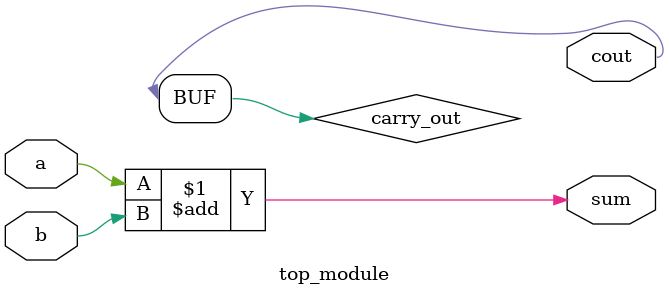
<source format=sv>
module top_module (
	input a,
	input b,
	output sum,
	output cout
);

// Declare internal wire for carry out
wire carry_out;

// Assign statements for sum and carry out
assign sum = a + b;
assign cout = carry_out;

endmodule

</source>
